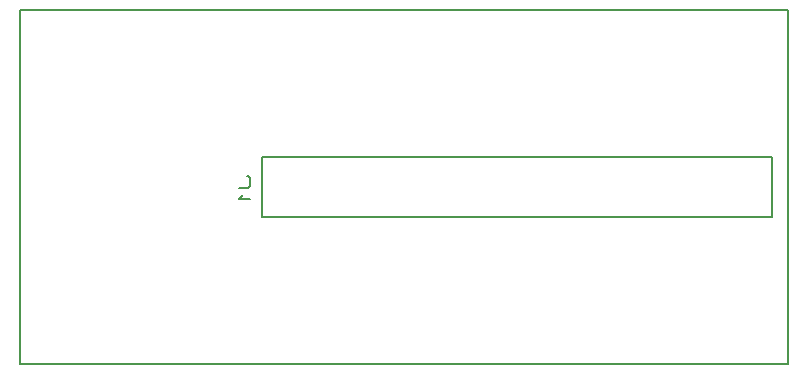
<source format=gbr>
G04 PROTEUS RS274X GERBER FILE*
%FSLAX45Y45*%
%MOMM*%
G01*
%ADD17C,0.203200*%
D17*
X-3250000Y-1500000D02*
X+3250000Y-1500000D01*
X+3250000Y+1500000D01*
X-3250000Y+1500000D01*
X-3250000Y-1500000D01*
X-1209000Y-254000D02*
X+3109000Y-254000D01*
X+3109000Y+254000D01*
X-1209000Y+254000D01*
X-1209000Y-254000D01*
X-1334760Y+86640D02*
X-1319520Y+86640D01*
X-1304280Y+70765D01*
X-1304280Y+7265D01*
X-1319520Y-8610D01*
X-1395720Y-8610D01*
X-1365240Y-72110D02*
X-1395720Y-103860D01*
X-1304280Y-103860D01*
M02*

</source>
